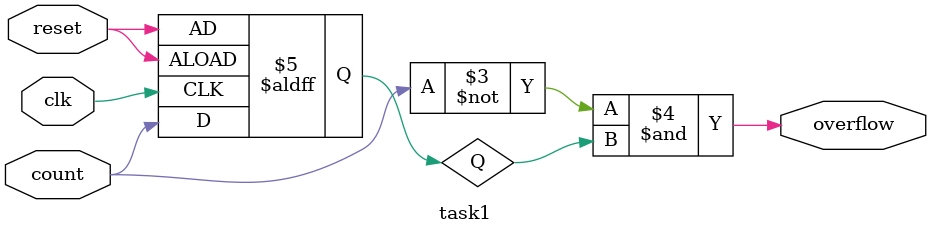
<source format=sv>
`timescale 1ns / 1ps


module task1(
    input count,
    input clk, 
    output logic overflow,
    input reset
    );
    
    logic Q;
    
    always @(posedge clk, negedge reset) begin
        if(!reset) begin
            Q = reset;
        end else begin
            Q = count;
        end
    end
    
    assign overflow = (~count & Q);
    
    
    
endmodule

</source>
